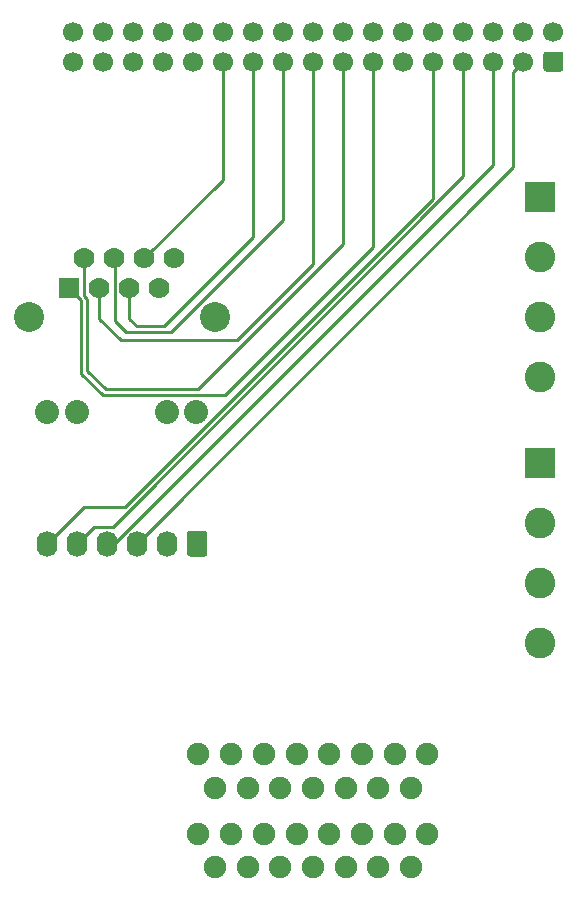
<source format=gbr>
%TF.GenerationSoftware,KiCad,Pcbnew,(5.1.9)-1*%
%TF.CreationDate,2021-06-09T13:11:05-04:00*%
%TF.ProjectId,encoder signal conditioner_rev7,656e636f-6465-4722-9073-69676e616c20,rev?*%
%TF.SameCoordinates,Original*%
%TF.FileFunction,Copper,L2,Inr*%
%TF.FilePolarity,Positive*%
%FSLAX46Y46*%
G04 Gerber Fmt 4.6, Leading zero omitted, Abs format (unit mm)*
G04 Created by KiCad (PCBNEW (5.1.9)-1) date 2021-06-09 13:11:05*
%MOMM*%
%LPD*%
G01*
G04 APERTURE LIST*
%TA.AperFunction,ComponentPad*%
%ADD10C,1.900000*%
%TD*%
%TA.AperFunction,ComponentPad*%
%ADD11O,1.740000X2.190000*%
%TD*%
%TA.AperFunction,ComponentPad*%
%ADD12C,2.600000*%
%TD*%
%TA.AperFunction,ComponentPad*%
%ADD13R,2.600000X2.600000*%
%TD*%
%TA.AperFunction,ComponentPad*%
%ADD14C,2.540000*%
%TD*%
%TA.AperFunction,ComponentPad*%
%ADD15C,2.032000*%
%TD*%
%TA.AperFunction,ComponentPad*%
%ADD16C,1.778000*%
%TD*%
%TA.AperFunction,ComponentPad*%
%ADD17R,1.778000X1.778000*%
%TD*%
%TA.AperFunction,ComponentPad*%
%ADD18C,1.700000*%
%TD*%
%TA.AperFunction,Conductor*%
%ADD19C,0.250000*%
%TD*%
G04 APERTURE END LIST*
D10*
%TO.N,/5V*%
%TO.C,U1*%
X117829540Y-112530400D03*
X117829540Y-119280400D03*
%TO.N,Net-(U1-PadB15)*%
X119214540Y-115370400D03*
%TO.N,Net-(U1-PadB7)*%
X120599540Y-112530400D03*
%TO.N,/B1*%
X121984540Y-115370400D03*
%TO.N,Net-(R4-Pad2)*%
X123369540Y-112530400D03*
%TO.N,/B2*%
X124754540Y-115370400D03*
%TO.N,Net-(R5-Pad2)*%
X126139540Y-112530400D03*
%TO.N,/B0*%
X127524540Y-115370400D03*
%TO.N,Net-(R6-Pad2)*%
X128909540Y-112530400D03*
%TO.N,Net-(U1-PadB11)*%
X130294540Y-115370400D03*
%TO.N,Net-(U1-PadB3)*%
X131679540Y-112530400D03*
%TO.N,Net-(U1-PadB10)*%
X133064540Y-115370400D03*
%TO.N,Net-(U1-PadB2)*%
X134449540Y-112530400D03*
%TO.N,/DGND*%
X135834540Y-115370400D03*
%TO.N,Net-(U1-PadB1)*%
X137219540Y-112530400D03*
%TO.N,Net-(U1-PadA15)*%
X119214540Y-122120400D03*
%TO.N,Net-(U1-PadA7)*%
X120599540Y-119280400D03*
%TO.N,/A1*%
X121984540Y-122120400D03*
%TO.N,Net-(R1-Pad2)*%
X123369540Y-119280400D03*
%TO.N,/A2*%
X124754540Y-122120400D03*
%TO.N,Net-(R2-Pad2)*%
X126139540Y-119280400D03*
%TO.N,/A0*%
X127524540Y-122120400D03*
%TO.N,Net-(R3-Pad2)*%
X128909540Y-119280400D03*
%TO.N,Net-(U1-PadA11)*%
X130294540Y-122120400D03*
%TO.N,Net-(U1-PadA3)*%
X131679540Y-119280400D03*
%TO.N,Net-(U1-PadA10)*%
X133064540Y-122120400D03*
%TO.N,Net-(U1-PadA2)*%
X134449540Y-119280400D03*
%TO.N,/DGND*%
X135834540Y-122120400D03*
%TO.N,Net-(U1-PadA1)*%
X137219540Y-119280400D03*
%TD*%
D11*
%TO.N,/AI3*%
%TO.C,J2*%
X105008600Y-94714060D03*
%TO.N,/AI2*%
X107548600Y-94714060D03*
%TO.N,/AI1*%
X110088600Y-94714060D03*
%TO.N,/AI0*%
X112628600Y-94714060D03*
%TO.N,/DGND*%
X115168600Y-94714060D03*
%TO.N,/5V*%
%TA.AperFunction,ComponentPad*%
G36*
G01*
X118578600Y-93869059D02*
X118578600Y-95559061D01*
G75*
G02*
X118328601Y-95809060I-249999J0D01*
G01*
X117088599Y-95809060D01*
G75*
G02*
X116838600Y-95559061I0J249999D01*
G01*
X116838600Y-93869059D01*
G75*
G02*
X117088599Y-93619060I249999J0D01*
G01*
X118328601Y-93619060D01*
G75*
G02*
X118578600Y-93869059I0J-249999D01*
G01*
G37*
%TD.AperFunction*%
%TD*%
D12*
%TO.N,/DGND*%
%TO.C,J4*%
X146740880Y-80571340D03*
%TO.N,/AGND*%
X146740880Y-75491340D03*
%TO.N,/3.3V*%
X146740880Y-70411340D03*
D13*
%TO.N,/5V*%
X146740880Y-65331340D03*
%TD*%
D12*
%TO.N,/AO1*%
%TO.C,J5*%
X146740880Y-103164640D03*
%TO.N,/AO0*%
X146740880Y-98084640D03*
%TO.N,/DIO15*%
X146740880Y-93004640D03*
D13*
%TO.N,/DIO0*%
X146740880Y-87924640D03*
%TD*%
D14*
%TO.N,/DGND*%
%TO.C,J1*%
X119227600Y-75565000D03*
X103479600Y-75565000D03*
D15*
%TO.N,Net-(J1-Pad10)*%
X115138200Y-83566000D03*
%TO.N,Net-(J1-Pad9)*%
X117652800Y-83566000D03*
%TO.N,/DGND*%
X107543600Y-83566000D03*
%TO.N,Net-(J1-Pad12)*%
X105029000Y-83566000D03*
D16*
%TO.N,/DAC3_WRITE*%
X115798600Y-70561200D03*
%TO.N,/DAC2_WRITE*%
X114528600Y-73101200D03*
%TO.N,/DAC1_WRITE*%
X113258600Y-70561200D03*
%TO.N,/DAC_CLK*%
X111988600Y-73101200D03*
%TO.N,/CS*%
X110718600Y-70561200D03*
%TO.N,/ADC_CLK*%
X109448600Y-73101200D03*
%TO.N,/ADC_WRITE*%
X108178600Y-70561200D03*
D17*
%TO.N,/ADC_READ*%
X106908600Y-73101200D03*
%TD*%
D18*
%TO.N,/DIO15*%
%TO.C,J3*%
X107231180Y-51358800D03*
%TO.N,/B1*%
X109771180Y-51358800D03*
%TO.N,Net-(J3-Pad30)*%
X112311180Y-51358800D03*
%TO.N,Net-(J3-Pad28)*%
X114851180Y-51358800D03*
%TO.N,/B2*%
X117391180Y-51358800D03*
%TO.N,Net-(J3-Pad24)*%
X119931180Y-51358800D03*
%TO.N,/B0*%
X122471180Y-51358800D03*
%TO.N,Net-(J3-Pad20)*%
X125011180Y-51358800D03*
%TO.N,/A0*%
X127551180Y-51358800D03*
%TO.N,/DGND*%
X130091180Y-51358800D03*
%TO.N,Net-(J3-Pad14)*%
X132631180Y-51358800D03*
%TO.N,Net-(J3-Pad12)*%
X135171180Y-51358800D03*
%TO.N,Net-(J3-Pad10)*%
X137711180Y-51358800D03*
%TO.N,Net-(J3-Pad8)*%
X140251180Y-51358800D03*
%TO.N,/AGND*%
X142791180Y-51358800D03*
%TO.N,/AO1*%
X145331180Y-51358800D03*
%TO.N,/AO0*%
X147871180Y-51358800D03*
%TO.N,/3.3V*%
X107231180Y-53898800D03*
%TO.N,/A1*%
X109771180Y-53898800D03*
%TO.N,/A2*%
X112311180Y-53898800D03*
%TO.N,/DAC3_WRITE*%
X114851180Y-53898800D03*
%TO.N,/DAC2_WRITE*%
X117391180Y-53898800D03*
%TO.N,/DAC1_WRITE*%
X119931180Y-53898800D03*
%TO.N,/DAC_CLK*%
X122471180Y-53898800D03*
%TO.N,/CS*%
X125011180Y-53898800D03*
%TO.N,/ADC_CLK*%
X127551180Y-53898800D03*
%TO.N,/ADC_WRITE*%
X130091180Y-53898800D03*
%TO.N,/ADC_READ*%
X132631180Y-53898800D03*
%TO.N,/DIO0*%
X135171180Y-53898800D03*
%TO.N,/AI3*%
X137711180Y-53898800D03*
%TO.N,/AI2*%
X140251180Y-53898800D03*
%TO.N,/AI1*%
X142791180Y-53898800D03*
%TO.N,/AI0*%
X145331180Y-53898800D03*
%TO.N,/5V*%
%TA.AperFunction,ComponentPad*%
G36*
G01*
X148471180Y-54748800D02*
X147271180Y-54748800D01*
G75*
G02*
X147021180Y-54498800I0J250000D01*
G01*
X147021180Y-53298800D01*
G75*
G02*
X147271180Y-53048800I250000J0D01*
G01*
X148471180Y-53048800D01*
G75*
G02*
X148721180Y-53298800I0J-250000D01*
G01*
X148721180Y-54498800D01*
G75*
G02*
X148471180Y-54748800I-250000J0D01*
G01*
G37*
%TD.AperFunction*%
%TD*%
D19*
%TO.N,/DAC1_WRITE*%
X119931180Y-63888620D02*
X113258600Y-70561200D01*
X119931180Y-53898800D02*
X119931180Y-63888620D01*
%TO.N,/DAC_CLK*%
X122471180Y-53898800D02*
X122471180Y-68747640D01*
X122471180Y-68747640D02*
X114937540Y-76281280D01*
X111988600Y-75674220D02*
X112595660Y-76281280D01*
X111988600Y-73101200D02*
X111988600Y-75674220D01*
X114937540Y-76281280D02*
X112595660Y-76281280D01*
%TO.N,/CS*%
X125011180Y-53898800D02*
X125011180Y-67297300D01*
X125011180Y-67297300D02*
X115519200Y-76789280D01*
X115519200Y-76789280D02*
X111660940Y-76789280D01*
X110774599Y-70617199D02*
X110718600Y-70561200D01*
X110774599Y-75902939D02*
X110774599Y-70617199D01*
X111660940Y-76789280D02*
X110774599Y-75902939D01*
%TO.N,/ADC_CLK*%
X127551180Y-53898800D02*
X127551180Y-71074280D01*
X121124861Y-77500599D02*
X111280059Y-77500599D01*
X127551180Y-71074280D02*
X121124861Y-77500599D01*
X109448600Y-75669140D02*
X109448600Y-73101200D01*
X111280059Y-77500599D02*
X109448600Y-75669140D01*
%TO.N,/ADC_WRITE*%
X108178600Y-73734790D02*
X108424980Y-73981170D01*
X108178600Y-70561200D02*
X108178600Y-73734790D01*
X108424980Y-73981170D02*
X108424980Y-80060800D01*
X108424980Y-80060800D02*
X109984540Y-81620360D01*
X130091180Y-69315510D02*
X130091180Y-53898800D01*
X117786330Y-81620360D02*
X130091180Y-69315510D01*
X109984540Y-81620360D02*
X117786330Y-81620360D01*
%TO.N,/ADC_READ*%
X132631180Y-53898800D02*
X132631180Y-69573140D01*
X132631180Y-69573140D02*
X120037860Y-82166460D01*
X106908600Y-73101200D02*
X107916980Y-74109580D01*
X107916980Y-80373220D02*
X109710220Y-82166460D01*
X107916980Y-74109580D02*
X107916980Y-80373220D01*
X120037860Y-82166460D02*
X109710220Y-82166460D01*
%TO.N,/AI3*%
X137711180Y-65492302D02*
X137711180Y-53898800D01*
X111578062Y-91625420D02*
X137711180Y-65492302D01*
X108097240Y-91625420D02*
X111578062Y-91625420D01*
X105008600Y-94714060D02*
X108097240Y-91625420D01*
%TO.N,/AI2*%
X108968610Y-93294050D02*
X107548600Y-94714060D01*
X110583589Y-93294050D02*
X108968610Y-93294050D01*
X140251180Y-63626459D02*
X110583589Y-93294050D01*
X140251180Y-53898800D02*
X140251180Y-63626459D01*
%TO.N,/AI1*%
X110713601Y-94714060D02*
X110088600Y-94714060D01*
X142791180Y-62636481D02*
X110713601Y-94714060D01*
X142791180Y-53898800D02*
X142791180Y-62636481D01*
%TO.N,/AI0*%
X144481181Y-62861479D02*
X112628600Y-94714060D01*
X144481181Y-54748799D02*
X144481181Y-62861479D01*
X145331180Y-53898800D02*
X144481181Y-54748799D01*
%TD*%
M02*

</source>
